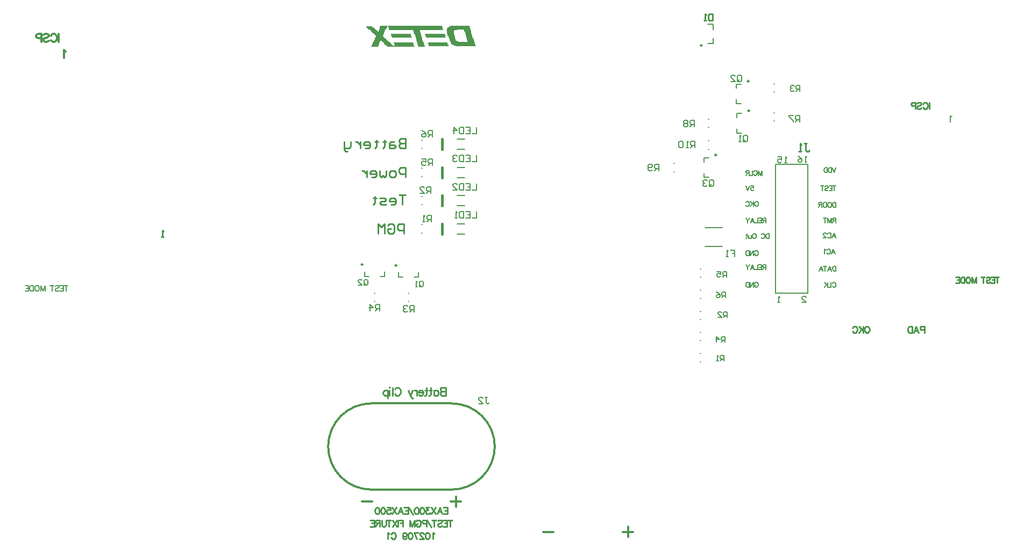
<source format=gbo>
G04 Layer_Color=32896*
%FSLAX24Y24*%
%MOIN*%
G70*
G01*
G75*
%ADD16C,0.0120*%
%ADD17C,0.0100*%
%ADD41C,0.0079*%
%ADD42C,0.0080*%
%ADD43C,0.0070*%
%ADD64C,0.0098*%
%ADD65C,0.0157*%
G36*
X31581Y32057D02*
Y32019D01*
X31619D01*
Y31980D01*
Y31942D01*
Y31904D01*
Y31866D01*
X31657D01*
Y31827D01*
X30203D01*
Y31789D01*
Y31751D01*
Y31712D01*
X30241D01*
Y31674D01*
Y31636D01*
Y31598D01*
X30279D01*
Y31559D01*
Y31521D01*
Y31483D01*
X30318D01*
Y31444D01*
Y31406D01*
Y31368D01*
X30356D01*
Y31330D01*
Y31291D01*
Y31253D01*
Y31215D01*
X30394D01*
Y31177D01*
Y31138D01*
Y31100D01*
X30432D01*
Y31062D01*
Y31023D01*
Y30985D01*
X30471D01*
Y30947D01*
Y30909D01*
Y30870D01*
X30509D01*
Y30832D01*
Y30794D01*
X30126D01*
Y30832D01*
X30088D01*
Y30870D01*
Y30909D01*
Y30947D01*
X30050D01*
Y30985D01*
Y31023D01*
Y31062D01*
X30011D01*
Y31100D01*
Y31138D01*
Y31177D01*
X29973D01*
Y31215D01*
Y31253D01*
Y31291D01*
Y31330D01*
X29935D01*
Y31368D01*
Y31406D01*
Y31444D01*
X29897D01*
Y31483D01*
Y31521D01*
Y31559D01*
X29858D01*
Y31598D01*
Y31636D01*
Y31674D01*
X29820D01*
Y31712D01*
Y31751D01*
Y31789D01*
X29782D01*
Y31827D01*
X28289D01*
Y31866D01*
Y31904D01*
Y31942D01*
Y31980D01*
X28251D01*
Y32019D01*
Y32057D01*
X28212D01*
Y32095D01*
X31581D01*
Y32057D01*
D02*
G37*
G36*
X33265D02*
Y32019D01*
X33303D01*
Y31980D01*
Y31942D01*
Y31904D01*
X33341D01*
Y31866D01*
Y31827D01*
Y31789D01*
X33380D01*
Y31751D01*
Y31712D01*
Y31674D01*
Y31636D01*
X33418D01*
Y31598D01*
Y31559D01*
Y31521D01*
X33456D01*
Y31483D01*
Y31444D01*
Y31406D01*
X33494D01*
Y31368D01*
Y31330D01*
Y31291D01*
X33533D01*
Y31253D01*
Y31215D01*
Y31177D01*
X33571D01*
Y31138D01*
Y31100D01*
Y31062D01*
X33609D01*
Y31023D01*
Y30985D01*
Y30947D01*
X33648D01*
Y30909D01*
Y30870D01*
X33686D01*
Y30832D01*
X32423D01*
Y30870D01*
X32308D01*
Y30909D01*
X32231D01*
Y30947D01*
X32193D01*
Y30985D01*
X32155D01*
Y31023D01*
X32117D01*
Y31062D01*
Y31100D01*
X32078D01*
Y31138D01*
Y31177D01*
X32040D01*
Y31215D01*
Y31253D01*
Y31291D01*
X32002D01*
Y31330D01*
Y31368D01*
X31963D01*
Y31406D01*
Y31444D01*
Y31483D01*
X31925D01*
Y31521D01*
Y31559D01*
Y31598D01*
X31887D01*
Y31636D01*
Y31674D01*
Y31712D01*
Y31751D01*
Y31789D01*
X31849D01*
Y31827D01*
X31887D01*
Y31866D01*
Y31904D01*
Y31942D01*
X31925D01*
Y31980D01*
Y32019D01*
X32002D01*
Y32057D01*
X32117D01*
Y32095D01*
X33265D01*
Y32057D01*
D02*
G37*
G36*
X31925Y31023D02*
Y30985D01*
Y30947D01*
X31963D01*
Y30909D01*
Y30870D01*
Y30832D01*
X30739D01*
Y30870D01*
Y30909D01*
Y30947D01*
Y30985D01*
X30700D01*
Y31023D01*
Y31062D01*
X31925D01*
Y31023D01*
D02*
G37*
G36*
X28174Y32057D02*
Y32019D01*
X28136D01*
Y31980D01*
Y31942D01*
X28098D01*
Y31904D01*
Y31866D01*
X28059D01*
Y31827D01*
Y31789D01*
X28021D01*
Y31751D01*
Y31712D01*
X27983D01*
Y31674D01*
Y31636D01*
Y31598D01*
X27944D01*
Y31559D01*
Y31521D01*
X27906D01*
Y31483D01*
Y31444D01*
X27944D01*
Y31406D01*
X27983D01*
Y31368D01*
X28021D01*
Y31330D01*
X28059D01*
Y31291D01*
X28098D01*
Y31253D01*
X28136D01*
Y31215D01*
X28174D01*
Y31177D01*
X28251D01*
Y31138D01*
X28289D01*
Y31100D01*
X28327D01*
Y31062D01*
X28365D01*
Y31023D01*
X28404D01*
Y30985D01*
X28442D01*
Y30947D01*
X28480D01*
Y30909D01*
X28519D01*
Y30870D01*
X28595D01*
Y30832D01*
X28633D01*
Y30870D01*
Y30909D01*
Y30947D01*
X28595D01*
Y30985D01*
Y31023D01*
X28557D01*
Y31062D01*
X29782D01*
Y31023D01*
X29820D01*
Y30985D01*
Y30947D01*
Y30909D01*
Y30870D01*
X29860D01*
X29880Y30794D01*
X28174D01*
Y30832D01*
X28136D01*
Y30870D01*
X28098D01*
Y30909D01*
X28059D01*
Y30947D01*
X28021D01*
Y30985D01*
X27983D01*
Y31023D01*
X27944D01*
Y31062D01*
X27906D01*
Y31100D01*
X27868D01*
Y31138D01*
X27830D01*
Y31177D01*
X27753D01*
Y31138D01*
X27715D01*
Y31100D01*
Y31062D01*
X27676D01*
Y31023D01*
Y30985D01*
Y30947D01*
X27638D01*
Y30909D01*
Y30870D01*
Y30832D01*
X27600D01*
Y30794D01*
X27179D01*
Y30832D01*
X27217D01*
Y30870D01*
Y30909D01*
X27255D01*
Y30947D01*
Y30985D01*
X27294D01*
Y31023D01*
Y31062D01*
Y31100D01*
X27332D01*
Y31138D01*
Y31177D01*
X27370D01*
Y31215D01*
Y31253D01*
X27409D01*
Y31291D01*
Y31330D01*
Y31368D01*
X27447D01*
Y31406D01*
X27485D01*
Y31444D01*
Y31483D01*
Y31521D01*
X27409D01*
Y31559D01*
X27370D01*
Y31598D01*
X27332D01*
Y31636D01*
X27294D01*
Y31674D01*
X27255D01*
Y31712D01*
X27217D01*
Y31751D01*
X27179D01*
Y31789D01*
X27141D01*
Y31827D01*
X27064D01*
Y31866D01*
X27026D01*
Y31904D01*
X26987D01*
Y31942D01*
X26949D01*
Y31980D01*
X26911D01*
Y32019D01*
X26873D01*
Y32057D01*
X27255D01*
Y32019D01*
X27332D01*
Y31980D01*
X27370D01*
Y31942D01*
X27409D01*
Y31904D01*
X27447D01*
Y31866D01*
X27485D01*
Y31827D01*
X27523D01*
Y31789D01*
X27562D01*
Y31751D01*
X27638D01*
Y31789D01*
X27676D01*
Y31827D01*
Y31866D01*
Y31904D01*
X27715D01*
Y31942D01*
Y31980D01*
Y32019D01*
Y32057D01*
X27753D01*
Y32095D01*
X28174D01*
Y32057D01*
D02*
G37*
G36*
X31734Y31559D02*
X31772D01*
Y31521D01*
Y31483D01*
Y31444D01*
Y31406D01*
X31810D01*
Y31368D01*
X30585D01*
Y31406D01*
Y31444D01*
Y31483D01*
X30547D01*
Y31521D01*
Y31559D01*
X30509D01*
Y31598D01*
X31734D01*
Y31559D01*
D02*
G37*
G36*
X29640Y31483D02*
X29667D01*
Y31444D01*
Y31406D01*
X29705D01*
Y31368D01*
X28480D01*
Y31406D01*
X28442D01*
Y31444D01*
Y31483D01*
Y31521D01*
X28404D01*
Y31559D01*
Y31598D01*
X29640D01*
Y31483D01*
D02*
G37*
%LPC*%
G36*
X32920Y31866D02*
X32499D01*
Y31827D01*
X32346D01*
Y31789D01*
X32308D01*
Y31751D01*
Y31712D01*
Y31674D01*
Y31636D01*
Y31598D01*
Y31559D01*
X32346D01*
Y31521D01*
Y31483D01*
Y31444D01*
X32384D01*
Y31406D01*
Y31368D01*
Y31330D01*
Y31291D01*
X32423D01*
Y31253D01*
Y31215D01*
X32461D01*
Y31177D01*
X32499D01*
Y31138D01*
X32576D01*
Y31100D01*
X33112D01*
Y31062D01*
X33150D01*
Y31100D01*
Y31138D01*
Y31177D01*
Y31215D01*
X33112D01*
Y31253D01*
Y31291D01*
Y31330D01*
X33073D01*
Y31368D01*
Y31406D01*
Y31444D01*
Y31483D01*
X33035D01*
Y31521D01*
Y31559D01*
Y31598D01*
X32997D01*
Y31636D01*
Y31674D01*
Y31712D01*
Y31751D01*
X32959D01*
Y31789D01*
Y31827D01*
X32920D01*
Y31866D01*
D02*
G37*
%LPD*%
D16*
X32150Y3310D02*
G03*
X32150Y8660I17J2675D01*
G01*
X27200D02*
G03*
X27200Y3310I-7J-2675D01*
G01*
X32150D01*
X27200Y8660D02*
X32150D01*
X8250Y30505D02*
X8202Y30528D01*
X8131Y30600D01*
Y30100D01*
X7800Y31600D02*
Y31100D01*
X7338Y31481D02*
X7362Y31528D01*
X7410Y31576D01*
X7457Y31600D01*
X7552D01*
X7600Y31576D01*
X7648Y31528D01*
X7671Y31481D01*
X7695Y31409D01*
Y31290D01*
X7671Y31219D01*
X7648Y31171D01*
X7600Y31124D01*
X7552Y31100D01*
X7457D01*
X7410Y31124D01*
X7362Y31171D01*
X7338Y31219D01*
X6864Y31528D02*
X6912Y31576D01*
X6984Y31600D01*
X7079D01*
X7150Y31576D01*
X7198Y31528D01*
Y31481D01*
X7174Y31433D01*
X7150Y31409D01*
X7103Y31386D01*
X6960Y31338D01*
X6912Y31314D01*
X6888Y31290D01*
X6864Y31243D01*
Y31171D01*
X6912Y31124D01*
X6984Y31100D01*
X7079D01*
X7150Y31124D01*
X7198Y31171D01*
X6753Y31338D02*
X6538D01*
X6467Y31362D01*
X6443Y31386D01*
X6419Y31433D01*
Y31505D01*
X6443Y31552D01*
X6467Y31576D01*
X6538Y31600D01*
X6753D01*
Y31100D01*
X32439Y2883D02*
Y2240D01*
X32760Y2561D02*
X32117D01*
X27240Y2581D02*
X26597D01*
X43103Y362D02*
Y1004D01*
X43425Y683D02*
X42782D01*
X38475D02*
X37832D01*
D17*
X31652Y2194D02*
X31899D01*
Y1794D01*
X31652D01*
X31899Y2004D02*
X31747D01*
X31281Y1794D02*
X31433Y2194D01*
X31585Y1794D01*
X31528Y1927D02*
X31338D01*
X31187Y2194D02*
X30921Y1794D01*
Y2194D02*
X31187Y1794D01*
X30793Y2194D02*
X30584D01*
X30698Y2042D01*
X30641D01*
X30603Y2023D01*
X30584Y2004D01*
X30564Y1946D01*
Y1908D01*
X30584Y1851D01*
X30622Y1813D01*
X30679Y1794D01*
X30736D01*
X30793Y1813D01*
X30812Y1832D01*
X30831Y1870D01*
X30361Y2194D02*
X30418Y2175D01*
X30456Y2118D01*
X30475Y2023D01*
Y1965D01*
X30456Y1870D01*
X30418Y1813D01*
X30361Y1794D01*
X30323D01*
X30265Y1813D01*
X30227Y1870D01*
X30208Y1965D01*
Y2023D01*
X30227Y2118D01*
X30265Y2175D01*
X30323Y2194D01*
X30361D01*
X30005D02*
X30062Y2175D01*
X30100Y2118D01*
X30119Y2023D01*
Y1965D01*
X30100Y1870D01*
X30062Y1813D01*
X30005Y1794D01*
X29967D01*
X29909Y1813D01*
X29871Y1870D01*
X29852Y1965D01*
Y2023D01*
X29871Y2118D01*
X29909Y2175D01*
X29967Y2194D01*
X30005D01*
X29763Y1737D02*
X29496Y2194D01*
X29222D02*
X29469D01*
Y1794D01*
X29222D01*
X29469Y2004D02*
X29317D01*
X28851Y1794D02*
X29003Y2194D01*
X29155Y1794D01*
X29098Y1927D02*
X28908D01*
X28757Y2194D02*
X28491Y1794D01*
Y2194D02*
X28757Y1794D01*
X28173Y2194D02*
X28363D01*
X28382Y2023D01*
X28363Y2042D01*
X28306Y2061D01*
X28249D01*
X28192Y2042D01*
X28154Y2004D01*
X28135Y1946D01*
Y1908D01*
X28154Y1851D01*
X28192Y1813D01*
X28249Y1794D01*
X28306D01*
X28363Y1813D01*
X28382Y1832D01*
X28401Y1870D01*
X27931Y2194D02*
X27988Y2175D01*
X28026Y2118D01*
X28045Y2023D01*
Y1965D01*
X28026Y1870D01*
X27988Y1813D01*
X27931Y1794D01*
X27893D01*
X27836Y1813D01*
X27797Y1870D01*
X27778Y1965D01*
Y2023D01*
X27797Y2118D01*
X27836Y2175D01*
X27893Y2194D01*
X27931D01*
X27575D02*
X27632Y2175D01*
X27670Y2118D01*
X27689Y2023D01*
Y1965D01*
X27670Y1870D01*
X27632Y1813D01*
X27575Y1794D01*
X27537D01*
X27479Y1813D01*
X27441Y1870D01*
X27422Y1965D01*
Y2023D01*
X27441Y2118D01*
X27479Y2175D01*
X27537Y2194D01*
X27575D01*
X32071Y1417D02*
Y1017D01*
X32204Y1417D02*
X31938D01*
X31642D02*
X31890D01*
Y1017D01*
X31642D01*
X31890Y1227D02*
X31738D01*
X31309Y1360D02*
X31347Y1398D01*
X31404Y1417D01*
X31480D01*
X31538Y1398D01*
X31576Y1360D01*
Y1322D01*
X31557Y1284D01*
X31538Y1265D01*
X31500Y1246D01*
X31385Y1207D01*
X31347Y1188D01*
X31328Y1169D01*
X31309Y1131D01*
Y1074D01*
X31347Y1036D01*
X31404Y1017D01*
X31480D01*
X31538Y1036D01*
X31576Y1074D01*
X31086Y1417D02*
Y1017D01*
X31220Y1417D02*
X30953D01*
X30905Y960D02*
X30639Y1417D01*
X30612Y1207D02*
X30441D01*
X30384Y1227D01*
X30365Y1246D01*
X30345Y1284D01*
Y1341D01*
X30365Y1379D01*
X30384Y1398D01*
X30441Y1417D01*
X30612D01*
Y1017D01*
X29970Y1322D02*
X29989Y1360D01*
X30027Y1398D01*
X30066Y1417D01*
X30142D01*
X30180Y1398D01*
X30218Y1360D01*
X30237Y1322D01*
X30256Y1265D01*
Y1169D01*
X30237Y1112D01*
X30218Y1074D01*
X30180Y1036D01*
X30142Y1017D01*
X30066D01*
X30027Y1036D01*
X29989Y1074D01*
X29970Y1112D01*
Y1169D01*
X30066D02*
X29970D01*
X29879Y1417D02*
Y1017D01*
Y1417D02*
X29727Y1017D01*
X29574Y1417D02*
X29727Y1017D01*
X29574Y1417D02*
Y1017D01*
X29146Y1417D02*
Y1017D01*
Y1417D02*
X28898D01*
X29146Y1227D02*
X28993D01*
X28852Y1417D02*
Y1017D01*
X28769Y1417D02*
X28502Y1017D01*
Y1417D02*
X28769Y1017D01*
X28279Y1417D02*
Y1017D01*
X28413Y1417D02*
X28146D01*
X28098D02*
Y1131D01*
X28079Y1074D01*
X28041Y1036D01*
X27984Y1017D01*
X27946D01*
X27889Y1036D01*
X27851Y1074D01*
X27832Y1131D01*
Y1417D01*
X27721D02*
Y1017D01*
Y1417D02*
X27550D01*
X27493Y1398D01*
X27474Y1379D01*
X27455Y1341D01*
Y1303D01*
X27474Y1265D01*
X27493Y1246D01*
X27550Y1227D01*
X27721D01*
X27588D02*
X27455Y1017D01*
X27118Y1417D02*
X27365D01*
Y1017D01*
X27118D01*
X27365Y1227D02*
X27213D01*
X31102Y564D02*
X31063Y583D01*
X31006Y640D01*
Y240D01*
X30694Y640D02*
X30751Y621D01*
X30789Y564D01*
X30808Y469D01*
Y411D01*
X30789Y316D01*
X30751Y259D01*
X30694Y240D01*
X30656D01*
X30599Y259D01*
X30561Y316D01*
X30542Y411D01*
Y469D01*
X30561Y564D01*
X30599Y621D01*
X30656Y640D01*
X30694D01*
X30433Y545D02*
Y564D01*
X30414Y602D01*
X30395Y621D01*
X30357Y640D01*
X30281D01*
X30243Y621D01*
X30224Y602D01*
X30205Y564D01*
Y526D01*
X30224Y488D01*
X30262Y430D01*
X30452Y240D01*
X30186D01*
X29829Y640D02*
X30020Y240D01*
X30096Y640D02*
X29829D01*
X29626D02*
X29683Y621D01*
X29721Y564D01*
X29740Y469D01*
Y411D01*
X29721Y316D01*
X29683Y259D01*
X29626Y240D01*
X29588D01*
X29530Y259D01*
X29492Y316D01*
X29473Y411D01*
Y469D01*
X29492Y564D01*
X29530Y621D01*
X29588Y640D01*
X29626D01*
X29136Y507D02*
X29155Y449D01*
X29193Y411D01*
X29250Y392D01*
X29270D01*
X29327Y411D01*
X29365Y449D01*
X29384Y507D01*
Y526D01*
X29365Y583D01*
X29327Y621D01*
X29270Y640D01*
X29250D01*
X29193Y621D01*
X29155Y583D01*
X29136Y507D01*
Y411D01*
X29155Y316D01*
X29193Y259D01*
X29250Y240D01*
X29289D01*
X29346Y259D01*
X29365Y297D01*
X28428Y545D02*
X28447Y583D01*
X28485Y621D01*
X28523Y640D01*
X28599D01*
X28637Y621D01*
X28675Y583D01*
X28694Y545D01*
X28713Y488D01*
Y392D01*
X28694Y335D01*
X28675Y297D01*
X28637Y259D01*
X28599Y240D01*
X28523D01*
X28485Y259D01*
X28447Y297D01*
X28428Y335D01*
X28315Y564D02*
X28277Y583D01*
X28220Y640D01*
Y240D01*
X54017Y24800D02*
X54183D01*
X54100D01*
Y24383D01*
X54183Y24300D01*
X54267D01*
X54350Y24383D01*
X53850Y24300D02*
X53684D01*
X53767D01*
Y24800D01*
X53850Y24717D01*
X48350Y32850D02*
Y32450D01*
X48150D01*
X48083Y32517D01*
Y32783D01*
X48150Y32850D01*
X48350D01*
X47950Y32450D02*
X47817D01*
X47883D01*
Y32850D01*
X47950Y32783D01*
X29300Y25100D02*
Y24500D01*
X29000D01*
X28900Y24600D01*
Y24700D01*
X29000Y24800D01*
X29300D01*
X29000D01*
X28900Y24900D01*
Y25000D01*
X29000Y25100D01*
X29300D01*
X28600Y24900D02*
X28400D01*
X28300Y24800D01*
Y24500D01*
X28600D01*
X28700Y24600D01*
X28600Y24700D01*
X28300D01*
X28000Y25000D02*
Y24900D01*
X28100D01*
X27900D01*
X28000D01*
Y24600D01*
X27900Y24500D01*
X27501Y25000D02*
Y24900D01*
X27601D01*
X27401D01*
X27501D01*
Y24600D01*
X27401Y24500D01*
X26801D02*
X27001D01*
X27101Y24600D01*
Y24800D01*
X27001Y24900D01*
X26801D01*
X26701Y24800D01*
Y24700D01*
X27101D01*
X26501Y24900D02*
Y24500D01*
Y24700D01*
X26401Y24800D01*
X26301Y24900D01*
X26201D01*
X25901D02*
Y24600D01*
X25801Y24500D01*
X25501D01*
Y24400D01*
X25601Y24300D01*
X25701D01*
X25501Y24500D02*
Y24900D01*
X29300Y22700D02*
Y23300D01*
X29000D01*
X28900Y23200D01*
Y23000D01*
X29000Y22900D01*
X29300D01*
X28600Y22700D02*
X28400D01*
X28300Y22800D01*
Y23000D01*
X28400Y23100D01*
X28600D01*
X28700Y23000D01*
Y22800D01*
X28600Y22700D01*
X28100Y23100D02*
Y22800D01*
X28000Y22700D01*
X27900Y22800D01*
X27800Y22700D01*
X27701Y22800D01*
Y23100D01*
X27201Y22700D02*
X27401D01*
X27501Y22800D01*
Y23000D01*
X27401Y23100D01*
X27201D01*
X27101Y23000D01*
Y22900D01*
X27501D01*
X26901Y23100D02*
Y22700D01*
Y22900D01*
X26801Y23000D01*
X26701Y23100D01*
X26601D01*
X29300Y21600D02*
X28900D01*
X29100D01*
Y21000D01*
X28400D02*
X28600D01*
X28700Y21100D01*
Y21300D01*
X28600Y21400D01*
X28400D01*
X28300Y21300D01*
Y21200D01*
X28700D01*
X28100Y21000D02*
X27800D01*
X27701Y21100D01*
X27800Y21200D01*
X28000D01*
X28100Y21300D01*
X28000Y21400D01*
X27701D01*
X27401Y21500D02*
Y21400D01*
X27501D01*
X27301D01*
X27401D01*
Y21100D01*
X27301Y21000D01*
X29200Y19200D02*
Y19800D01*
X28900D01*
X28800Y19700D01*
Y19500D01*
X28900Y19400D01*
X29200D01*
X28200Y19700D02*
X28300Y19800D01*
X28500D01*
X28600Y19700D01*
Y19300D01*
X28500Y19200D01*
X28300D01*
X28200Y19300D01*
Y19500D01*
X28400D01*
X28000Y19200D02*
Y19800D01*
X27800Y19600D01*
X27601Y19800D01*
Y19200D01*
X14300Y19000D02*
X14167D01*
X14233D01*
Y19400D01*
X14300Y19333D01*
X31800Y9650D02*
Y9150D01*
Y9650D02*
X31586D01*
X31514Y9626D01*
X31491Y9602D01*
X31467Y9555D01*
Y9507D01*
X31491Y9459D01*
X31514Y9436D01*
X31586Y9412D01*
X31800D02*
X31586D01*
X31514Y9388D01*
X31491Y9364D01*
X31467Y9317D01*
Y9245D01*
X31491Y9198D01*
X31514Y9174D01*
X31586Y9150D01*
X31800D01*
X31069Y9483D02*
Y9150D01*
Y9412D02*
X31117Y9459D01*
X31164Y9483D01*
X31236D01*
X31283Y9459D01*
X31331Y9412D01*
X31355Y9340D01*
Y9293D01*
X31331Y9221D01*
X31283Y9174D01*
X31236Y9150D01*
X31164D01*
X31117Y9174D01*
X31069Y9221D01*
X30864Y9650D02*
Y9245D01*
X30841Y9174D01*
X30793Y9150D01*
X30745D01*
X30936Y9483D02*
X30769D01*
X30603Y9650D02*
Y9245D01*
X30579Y9174D01*
X30531Y9150D01*
X30484D01*
X30674Y9483D02*
X30507D01*
X30412Y9340D02*
X30127D01*
Y9388D01*
X30150Y9436D01*
X30174Y9459D01*
X30222Y9483D01*
X30293D01*
X30341Y9459D01*
X30388Y9412D01*
X30412Y9340D01*
Y9293D01*
X30388Y9221D01*
X30341Y9174D01*
X30293Y9150D01*
X30222D01*
X30174Y9174D01*
X30127Y9221D01*
X30019Y9483D02*
Y9150D01*
Y9340D02*
X29996Y9412D01*
X29948Y9459D01*
X29900Y9483D01*
X29829D01*
X29760D02*
X29617Y9150D01*
X29474Y9483D02*
X29617Y9150D01*
X29665Y9055D01*
X29712Y9007D01*
X29760Y8983D01*
X29784D01*
X28641Y9531D02*
X28665Y9578D01*
X28713Y9626D01*
X28760Y9650D01*
X28855D01*
X28903Y9626D01*
X28951Y9578D01*
X28974Y9531D01*
X28998Y9459D01*
Y9340D01*
X28974Y9269D01*
X28951Y9221D01*
X28903Y9174D01*
X28855Y9150D01*
X28760D01*
X28713Y9174D01*
X28665Y9221D01*
X28641Y9269D01*
X28501Y9650D02*
Y9150D01*
X28348Y9650D02*
X28325Y9626D01*
X28301Y9650D01*
X28325Y9674D01*
X28348Y9650D01*
X28325Y9483D02*
Y9150D01*
X28213Y9483D02*
Y8983D01*
Y9412D02*
X28165Y9459D01*
X28117Y9483D01*
X28046D01*
X27998Y9459D01*
X27951Y9412D01*
X27927Y9340D01*
Y9293D01*
X27951Y9221D01*
X27998Y9174D01*
X28046Y9150D01*
X28117D01*
X28165Y9174D01*
X28213Y9221D01*
X61462Y13235D02*
X61290D01*
X61233Y13254D01*
X61214Y13273D01*
X61195Y13311D01*
Y13369D01*
X61214Y13407D01*
X61233Y13426D01*
X61290Y13445D01*
X61462D01*
Y13045D01*
X60801D02*
X60953Y13445D01*
X61106Y13045D01*
X61049Y13178D02*
X60858D01*
X60708Y13445D02*
Y13045D01*
Y13445D02*
X60574D01*
X60517Y13426D01*
X60479Y13388D01*
X60460Y13349D01*
X60441Y13292D01*
Y13197D01*
X60460Y13140D01*
X60479Y13102D01*
X60517Y13064D01*
X60574Y13045D01*
X60708D01*
X57948Y13445D02*
X57986Y13426D01*
X58024Y13388D01*
X58043Y13349D01*
X58062Y13292D01*
Y13197D01*
X58043Y13140D01*
X58024Y13102D01*
X57986Y13064D01*
X57948Y13045D01*
X57871D01*
X57833Y13064D01*
X57795Y13102D01*
X57776Y13140D01*
X57757Y13197D01*
Y13292D01*
X57776Y13349D01*
X57795Y13388D01*
X57833Y13426D01*
X57871Y13445D01*
X57948D01*
X57664D02*
Y13045D01*
X57397Y13445D02*
X57664Y13178D01*
X57569Y13273D02*
X57397Y13045D01*
X57022Y13349D02*
X57041Y13388D01*
X57079Y13426D01*
X57117Y13445D01*
X57193D01*
X57232Y13426D01*
X57270Y13388D01*
X57289Y13349D01*
X57308Y13292D01*
Y13197D01*
X57289Y13140D01*
X57270Y13102D01*
X57232Y13064D01*
X57193Y13045D01*
X57117D01*
X57079Y13064D01*
X57041Y13102D01*
X57022Y13140D01*
X61762Y27345D02*
Y26945D01*
X61392Y27250D02*
X61411Y27288D01*
X61450Y27326D01*
X61488Y27345D01*
X61564D01*
X61602Y27326D01*
X61640Y27288D01*
X61659Y27250D01*
X61678Y27192D01*
Y27097D01*
X61659Y27040D01*
X61640Y27002D01*
X61602Y26964D01*
X61564Y26945D01*
X61488D01*
X61450Y26964D01*
X61411Y27002D01*
X61392Y27040D01*
X61013Y27288D02*
X61052Y27326D01*
X61109Y27345D01*
X61185D01*
X61242Y27326D01*
X61280Y27288D01*
Y27250D01*
X61261Y27211D01*
X61242Y27192D01*
X61204Y27173D01*
X61090Y27135D01*
X61052Y27116D01*
X61033Y27097D01*
X61013Y27059D01*
Y27002D01*
X61052Y26964D01*
X61109Y26945D01*
X61185D01*
X61242Y26964D01*
X61280Y27002D01*
X60924Y27135D02*
X60753D01*
X60695Y27154D01*
X60676Y27173D01*
X60657Y27211D01*
Y27269D01*
X60676Y27307D01*
X60695Y27326D01*
X60753Y27345D01*
X60924D01*
Y26945D01*
X65965Y16490D02*
Y16140D01*
X66082Y16490D02*
X65849D01*
X65590D02*
X65807D01*
Y16140D01*
X65590D01*
X65807Y16323D02*
X65674D01*
X65299Y16440D02*
X65332Y16473D01*
X65382Y16490D01*
X65449D01*
X65499Y16473D01*
X65532Y16440D01*
Y16406D01*
X65515Y16373D01*
X65499Y16356D01*
X65465Y16340D01*
X65365Y16306D01*
X65332Y16290D01*
X65315Y16273D01*
X65299Y16240D01*
Y16190D01*
X65332Y16156D01*
X65382Y16140D01*
X65449D01*
X65499Y16156D01*
X65532Y16190D01*
X65104Y16490D02*
Y16140D01*
X65220Y16490D02*
X64987D01*
X64671D02*
Y16140D01*
Y16490D02*
X64537Y16140D01*
X64404Y16490D02*
X64537Y16140D01*
X64404Y16490D02*
Y16140D01*
X64204Y16490D02*
X64237Y16473D01*
X64271Y16440D01*
X64287Y16406D01*
X64304Y16356D01*
Y16273D01*
X64287Y16223D01*
X64271Y16190D01*
X64237Y16156D01*
X64204Y16140D01*
X64137D01*
X64104Y16156D01*
X64071Y16190D01*
X64054Y16223D01*
X64037Y16273D01*
Y16356D01*
X64054Y16406D01*
X64071Y16440D01*
X64104Y16473D01*
X64137Y16490D01*
X64204D01*
X63956D02*
Y16140D01*
Y16490D02*
X63839D01*
X63789Y16473D01*
X63756Y16440D01*
X63739Y16406D01*
X63722Y16356D01*
Y16273D01*
X63739Y16223D01*
X63756Y16190D01*
X63789Y16156D01*
X63839Y16140D01*
X63956D01*
X63427Y16490D02*
X63644D01*
Y16140D01*
X63427D01*
X63644Y16323D02*
X63511D01*
D41*
X27754Y16555D02*
X28010D01*
Y16855D01*
X26790Y16555D02*
X27046D01*
X26790D02*
Y16855D01*
X29854Y16505D02*
X30110D01*
Y16805D01*
X28890Y16505D02*
X29146D01*
X28890D02*
Y16805D01*
X32513Y25065D02*
X32987D01*
X32513Y24435D02*
X32987D01*
X32513Y23315D02*
X32987D01*
X32513Y22685D02*
X32987D01*
X32513Y21565D02*
X32987D01*
X32513Y20935D02*
X32987D01*
X32513Y19815D02*
X32987D01*
X32513Y19185D02*
X32987D01*
X30317Y24494D02*
X30356D01*
X30317Y25006D02*
X30356D01*
X30317Y22744D02*
X30356D01*
X30317Y23256D02*
X30356D01*
X27370Y14994D02*
X27410D01*
X27370Y15506D02*
X27410D01*
X29480Y14994D02*
X29520D01*
X29480Y15506D02*
X29520D01*
X30317Y20994D02*
X30356D01*
X30317Y21506D02*
X30356D01*
X30317Y19244D02*
X30356D01*
X30317Y19756D02*
X30356D01*
X48080Y24444D02*
X48120D01*
X48080Y24956D02*
X48120D01*
X45930Y23044D02*
X45970D01*
X45930Y23556D02*
X45970D01*
X48080Y25794D02*
X48120D01*
X48080Y26306D02*
X48120D01*
X52130Y26194D02*
X52170D01*
X52130Y26706D02*
X52170D01*
X47805Y22690D02*
Y22946D01*
Y22690D02*
X48105D01*
X47805Y23654D02*
Y23910D01*
X48105D01*
X49822Y27266D02*
Y27522D01*
Y27266D02*
X50122D01*
X49822Y28230D02*
Y28486D01*
X50122D01*
X49855Y25440D02*
Y25696D01*
Y25440D02*
X50155D01*
X49855Y26404D02*
Y26660D01*
X50155D01*
X47868Y19581D02*
X48931D01*
X47868Y18419D02*
X48931D01*
X47580Y17006D02*
X47620D01*
X47580Y16494D02*
X47620D01*
X47580Y13068D02*
X47620D01*
X47580Y12557D02*
X47620D01*
X52130Y27994D02*
X52170D01*
X52130Y28506D02*
X52170D01*
X47580Y14381D02*
X47620D01*
X47580Y13869D02*
X47620D01*
X54250Y15500D02*
Y23500D01*
X52250Y15500D02*
Y23500D01*
Y15500D02*
X54250D01*
X52250Y23500D02*
X54250D01*
X47580Y11756D02*
X47620D01*
X47580Y11244D02*
X47620D01*
X48376Y31876D02*
Y32191D01*
X48061D02*
X48376D01*
Y31009D02*
Y31324D01*
X48061Y31009D02*
X48376D01*
X47580Y15182D02*
X47620D01*
X47580Y15693D02*
X47620D01*
X8267Y15986D02*
Y15636D01*
X8383Y15986D02*
X8150D01*
X7892D02*
X8108D01*
Y15636D01*
X7892D01*
X8108Y15820D02*
X7975D01*
X7600Y15936D02*
X7633Y15970D01*
X7683Y15986D01*
X7750D01*
X7800Y15970D01*
X7833Y15936D01*
Y15903D01*
X7817Y15870D01*
X7800Y15853D01*
X7767Y15836D01*
X7667Y15803D01*
X7633Y15786D01*
X7617Y15770D01*
X7600Y15736D01*
Y15686D01*
X7633Y15653D01*
X7683Y15636D01*
X7750D01*
X7800Y15653D01*
X7833Y15686D01*
X7405Y15986D02*
Y15636D01*
X7522Y15986D02*
X7288D01*
X6972D02*
Y15636D01*
Y15986D02*
X6838Y15636D01*
X6705Y15986D02*
X6838Y15636D01*
X6705Y15986D02*
Y15636D01*
X6505Y15986D02*
X6539Y15970D01*
X6572Y15936D01*
X6589Y15903D01*
X6605Y15853D01*
Y15770D01*
X6589Y15720D01*
X6572Y15686D01*
X6539Y15653D01*
X6505Y15636D01*
X6439D01*
X6405Y15653D01*
X6372Y15686D01*
X6355Y15720D01*
X6339Y15770D01*
Y15853D01*
X6355Y15903D01*
X6372Y15936D01*
X6405Y15970D01*
X6439Y15986D01*
X6505D01*
X6257D02*
Y15636D01*
Y15986D02*
X6140D01*
X6090Y15970D01*
X6057Y15936D01*
X6040Y15903D01*
X6024Y15853D01*
Y15770D01*
X6040Y15720D01*
X6057Y15686D01*
X6090Y15653D01*
X6140Y15636D01*
X6257D01*
X5729Y15986D02*
X5945D01*
Y15636D01*
X5729D01*
X5945Y15820D02*
X5812D01*
X63162Y26463D02*
X63124Y26482D01*
X63068Y26538D01*
Y26145D01*
D42*
X33704Y25820D02*
Y25420D01*
X33437D01*
X33037Y25820D02*
X33304D01*
Y25420D01*
X33037D01*
X33304Y25620D02*
X33170D01*
X32904Y25820D02*
Y25420D01*
X32704D01*
X32637Y25487D01*
Y25753D01*
X32704Y25820D01*
X32904D01*
X32304Y25420D02*
Y25820D01*
X32504Y25620D01*
X32237D01*
X33704Y24070D02*
Y23670D01*
X33437D01*
X33037Y24070D02*
X33304D01*
Y23670D01*
X33037D01*
X33304Y23870D02*
X33170D01*
X32904Y24070D02*
Y23670D01*
X32704D01*
X32637Y23737D01*
Y24003D01*
X32704Y24070D01*
X32904D01*
X32504Y24003D02*
X32437Y24070D01*
X32304D01*
X32237Y24003D01*
Y23937D01*
X32304Y23870D01*
X32371D01*
X32304D01*
X32237Y23803D01*
Y23737D01*
X32304Y23670D01*
X32437D01*
X32504Y23737D01*
X33704Y22320D02*
Y21920D01*
X33437D01*
X33037Y22320D02*
X33304D01*
Y21920D01*
X33037D01*
X33304Y22120D02*
X33170D01*
X32904Y22320D02*
Y21920D01*
X32704D01*
X32637Y21987D01*
Y22253D01*
X32704Y22320D01*
X32904D01*
X32237Y21920D02*
X32504D01*
X32237Y22187D01*
Y22253D01*
X32304Y22320D01*
X32437D01*
X32504Y22253D01*
X33704Y20570D02*
Y20170D01*
X33437D01*
X33037Y20570D02*
X33304D01*
Y20170D01*
X33037D01*
X33304Y20370D02*
X33170D01*
X32904Y20570D02*
Y20170D01*
X32704D01*
X32637Y20237D01*
Y20503D01*
X32704Y20570D01*
X32904D01*
X32504Y20170D02*
X32371D01*
X32437D01*
Y20570D01*
X32504Y20503D01*
X30967Y25200D02*
Y25600D01*
X30767D01*
X30700Y25533D01*
Y25400D01*
X30767Y25333D01*
X30967D01*
X30833D02*
X30700Y25200D01*
X30300Y25600D02*
X30433Y25533D01*
X30567Y25400D01*
Y25267D01*
X30500Y25200D01*
X30367D01*
X30300Y25267D01*
Y25333D01*
X30367Y25400D01*
X30567D01*
X30967Y23450D02*
Y23850D01*
X30767D01*
X30700Y23783D01*
Y23650D01*
X30767Y23583D01*
X30967D01*
X30833D02*
X30700Y23450D01*
X30300Y23850D02*
X30567D01*
Y23650D01*
X30433Y23717D01*
X30367D01*
X30300Y23650D01*
Y23517D01*
X30367Y23450D01*
X30500D01*
X30567Y23517D01*
X27700Y14400D02*
Y14800D01*
X27500D01*
X27433Y14733D01*
Y14600D01*
X27500Y14533D01*
X27700D01*
X27567D02*
X27433Y14400D01*
X27100D02*
Y14800D01*
X27300Y14600D01*
X27034D01*
X29850Y14350D02*
Y14750D01*
X29650D01*
X29583Y14683D01*
Y14550D01*
X29650Y14483D01*
X29850D01*
X29717D02*
X29583Y14350D01*
X29450Y14683D02*
X29383Y14750D01*
X29250D01*
X29184Y14683D01*
Y14617D01*
X29250Y14550D01*
X29317D01*
X29250D01*
X29184Y14483D01*
Y14417D01*
X29250Y14350D01*
X29383D01*
X29450Y14417D01*
X30877Y21700D02*
Y22100D01*
X30677D01*
X30610Y22033D01*
Y21900D01*
X30677Y21833D01*
X30877D01*
X30743D02*
X30610Y21700D01*
X30210D02*
X30477D01*
X30210Y21967D01*
Y22033D01*
X30277Y22100D01*
X30410D01*
X30477Y22033D01*
X30897Y19950D02*
Y20350D01*
X30697D01*
X30630Y20283D01*
Y20150D01*
X30697Y20083D01*
X30897D01*
X30763D02*
X30630Y19950D01*
X30497D02*
X30363D01*
X30430D01*
Y20350D01*
X30497Y20283D01*
X34233Y9050D02*
X34367D01*
X34300D01*
Y8717D01*
X34367Y8650D01*
X34433D01*
X34500Y8717D01*
X33834Y8650D02*
X34100D01*
X33834Y8917D01*
Y8983D01*
X33900Y9050D01*
X34033D01*
X34100Y8983D01*
X49200Y16500D02*
Y16850D01*
X49025D01*
X48967Y16792D01*
Y16675D01*
X49025Y16617D01*
X49200D01*
X49083D02*
X48967Y16500D01*
X48617Y16850D02*
X48850D01*
Y16675D01*
X48733Y16733D01*
X48675D01*
X48617Y16675D01*
Y16558D01*
X48675Y16500D01*
X48792D01*
X48850Y16558D01*
X49113Y12463D02*
Y12812D01*
X48938D01*
X48880Y12754D01*
Y12637D01*
X48938Y12579D01*
X49113D01*
X48997D02*
X48880Y12463D01*
X48589D02*
Y12812D01*
X48763Y12637D01*
X48530D01*
X53750Y28050D02*
Y28400D01*
X53575D01*
X53517Y28342D01*
Y28225D01*
X53575Y28167D01*
X53750D01*
X53633D02*
X53517Y28050D01*
X53400Y28342D02*
X53342Y28400D01*
X53225D01*
X53167Y28342D01*
Y28283D01*
X53225Y28225D01*
X53283D01*
X53225D01*
X53167Y28167D01*
Y28108D01*
X53225Y28050D01*
X53342D01*
X53400Y28108D01*
X49250Y14000D02*
Y14350D01*
X49075D01*
X49017Y14292D01*
Y14175D01*
X49075Y14117D01*
X49250D01*
X49133D02*
X49017Y14000D01*
X48667D02*
X48900D01*
X48667Y14233D01*
Y14292D01*
X48725Y14350D01*
X48842D01*
X48900Y14292D01*
X49050Y11300D02*
Y11650D01*
X48875D01*
X48817Y11592D01*
Y11475D01*
X48875Y11417D01*
X49050D01*
X48933D02*
X48817Y11300D01*
X48700D02*
X48583D01*
X48642D01*
Y11650D01*
X48700Y11592D01*
X49150Y15237D02*
Y15587D01*
X48975D01*
X48917Y15529D01*
Y15412D01*
X48975Y15354D01*
X49150D01*
X49033D02*
X48917Y15237D01*
X48567Y15587D02*
X48683Y15529D01*
X48800Y15412D01*
Y15296D01*
X48742Y15237D01*
X48625D01*
X48567Y15296D01*
Y15354D01*
X48625Y15412D01*
X48800D01*
X51634Y17260D02*
Y16960D01*
Y17260D02*
X51506D01*
X51463Y17246D01*
X51449Y17231D01*
X51434Y17203D01*
Y17174D01*
X51449Y17146D01*
X51463Y17131D01*
X51506Y17117D01*
X51634D01*
X51534D02*
X51434Y16960D01*
X51182Y17260D02*
X51367D01*
Y16960D01*
X51182D01*
X51367Y17117D02*
X51253D01*
X51132Y17260D02*
Y16960D01*
X50960D01*
X50699D02*
X50813Y17260D01*
X50927Y16960D01*
X50884Y17060D02*
X50742D01*
X50629Y17260D02*
X50515Y17117D01*
Y16960D01*
X50400Y17260D02*
X50515Y17117D01*
X50952Y16109D02*
X50966Y16137D01*
X50994Y16166D01*
X51023Y16180D01*
X51080D01*
X51109Y16166D01*
X51137Y16137D01*
X51152Y16109D01*
X51166Y16066D01*
Y15994D01*
X51152Y15951D01*
X51137Y15923D01*
X51109Y15894D01*
X51080Y15880D01*
X51023D01*
X50994Y15894D01*
X50966Y15923D01*
X50952Y15951D01*
Y15994D01*
X51023D02*
X50952D01*
X50883Y16180D02*
Y15880D01*
Y16180D02*
X50683Y15880D01*
Y16180D02*
Y15880D01*
X50600Y16180D02*
Y15880D01*
Y16180D02*
X50500D01*
X50457Y16166D01*
X50429Y16137D01*
X50415Y16109D01*
X50400Y16066D01*
Y15994D01*
X50415Y15951D01*
X50429Y15923D01*
X50457Y15894D01*
X50500Y15880D01*
X50600D01*
X50725Y22180D02*
X50867D01*
X50882Y22051D01*
X50867Y22066D01*
X50825Y22080D01*
X50782D01*
X50739Y22066D01*
X50710Y22037D01*
X50696Y21994D01*
Y21966D01*
X50710Y21923D01*
X50739Y21894D01*
X50782Y21880D01*
X50825D01*
X50867Y21894D01*
X50882Y21909D01*
X50896Y21937D01*
X50629Y22180D02*
X50515Y21880D01*
X50400Y22180D02*
X50515Y21880D01*
X51094Y21200D02*
X51123Y21186D01*
X51152Y21157D01*
X51166Y21129D01*
X51180Y21086D01*
Y21014D01*
X51166Y20971D01*
X51152Y20943D01*
X51123Y20914D01*
X51094Y20900D01*
X51037D01*
X51009Y20914D01*
X50980Y20943D01*
X50966Y20971D01*
X50952Y21014D01*
Y21086D01*
X50966Y21129D01*
X50980Y21157D01*
X51009Y21186D01*
X51037Y21200D01*
X51094D01*
X50882D02*
Y20900D01*
X50682Y21200D02*
X50882Y21000D01*
X50810Y21071D02*
X50682Y20900D01*
X50400Y21129D02*
X50415Y21157D01*
X50443Y21186D01*
X50472Y21200D01*
X50529D01*
X50557Y21186D01*
X50586Y21157D01*
X50600Y21129D01*
X50615Y21086D01*
Y21014D01*
X50600Y20971D01*
X50586Y20943D01*
X50557Y20914D01*
X50529Y20900D01*
X50472D01*
X50443Y20914D01*
X50415Y20943D01*
X50400Y20971D01*
X55890Y22160D02*
Y21860D01*
X55990Y22160D02*
X55790D01*
X55569D02*
X55754D01*
Y21860D01*
X55569D01*
X55754Y22017D02*
X55640D01*
X55319Y22117D02*
X55347Y22146D01*
X55390Y22160D01*
X55447D01*
X55490Y22146D01*
X55519Y22117D01*
Y22089D01*
X55504Y22060D01*
X55490Y22046D01*
X55462Y22031D01*
X55376Y22003D01*
X55347Y21989D01*
X55333Y21974D01*
X55319Y21946D01*
Y21903D01*
X55347Y21874D01*
X55390Y21860D01*
X55447D01*
X55490Y21874D01*
X55519Y21903D01*
X55152Y22160D02*
Y21860D01*
X55252Y22160D02*
X55052D01*
X55990Y21140D02*
Y20840D01*
Y21140D02*
X55890D01*
X55847Y21126D01*
X55819Y21097D01*
X55804Y21069D01*
X55790Y21026D01*
Y20954D01*
X55804Y20911D01*
X55819Y20883D01*
X55847Y20854D01*
X55890Y20840D01*
X55990D01*
X55637Y21140D02*
X55666Y21126D01*
X55694Y21097D01*
X55709Y21069D01*
X55723Y21026D01*
Y20954D01*
X55709Y20911D01*
X55694Y20883D01*
X55666Y20854D01*
X55637Y20840D01*
X55580D01*
X55552Y20854D01*
X55523Y20883D01*
X55509Y20911D01*
X55494Y20954D01*
Y21026D01*
X55509Y21069D01*
X55523Y21097D01*
X55552Y21126D01*
X55580Y21140D01*
X55637D01*
X55339D02*
X55367Y21126D01*
X55396Y21097D01*
X55410Y21069D01*
X55424Y21026D01*
Y20954D01*
X55410Y20911D01*
X55396Y20883D01*
X55367Y20854D01*
X55339Y20840D01*
X55282D01*
X55253Y20854D01*
X55224Y20883D01*
X55210Y20911D01*
X55196Y20954D01*
Y21026D01*
X55210Y21069D01*
X55224Y21097D01*
X55253Y21126D01*
X55282Y21140D01*
X55339D01*
X55126D02*
Y20840D01*
Y21140D02*
X54997D01*
X54955Y21126D01*
X54940Y21111D01*
X54926Y21083D01*
Y21054D01*
X54940Y21026D01*
X54955Y21011D01*
X54997Y20997D01*
X55126D01*
X55026D02*
X54926Y20840D01*
X51417Y23120D02*
Y22820D01*
Y23120D02*
X51303Y22820D01*
X51189Y23120D02*
X51303Y22820D01*
X51189Y23120D02*
Y22820D01*
X50889Y23049D02*
X50903Y23077D01*
X50932Y23106D01*
X50960Y23120D01*
X51017D01*
X51046Y23106D01*
X51074Y23077D01*
X51089Y23049D01*
X51103Y23006D01*
Y22934D01*
X51089Y22891D01*
X51074Y22863D01*
X51046Y22834D01*
X51017Y22820D01*
X50960D01*
X50932Y22834D01*
X50903Y22863D01*
X50889Y22891D01*
X50805Y23120D02*
Y22820D01*
X50633D01*
X50600Y23120D02*
Y22820D01*
Y23120D02*
X50472D01*
X50429Y23106D01*
X50415Y23091D01*
X50400Y23063D01*
Y23034D01*
X50415Y23006D01*
X50429Y22991D01*
X50472Y22977D01*
X50600D01*
X50500D02*
X50400Y22820D01*
X55761Y18940D02*
X55876Y19240D01*
X55990Y18940D01*
X55947Y19040D02*
X55804D01*
X55477Y19169D02*
X55492Y19197D01*
X55520Y19226D01*
X55549Y19240D01*
X55606D01*
X55634Y19226D01*
X55663Y19197D01*
X55677Y19169D01*
X55691Y19126D01*
Y19054D01*
X55677Y19011D01*
X55663Y18983D01*
X55634Y18954D01*
X55606Y18940D01*
X55549D01*
X55520Y18954D01*
X55492Y18983D01*
X55477Y19011D01*
X55379Y19169D02*
Y19183D01*
X55364Y19211D01*
X55350Y19226D01*
X55322Y19240D01*
X55264D01*
X55236Y19226D01*
X55222Y19211D01*
X55207Y19183D01*
Y19154D01*
X55222Y19126D01*
X55250Y19083D01*
X55393Y18940D01*
X55193D01*
X55711Y17940D02*
X55826Y18240D01*
X55940Y17940D01*
X55897Y18040D02*
X55754D01*
X55427Y18169D02*
X55442Y18197D01*
X55470Y18226D01*
X55499Y18240D01*
X55556D01*
X55584Y18226D01*
X55613Y18197D01*
X55627Y18169D01*
X55641Y18126D01*
Y18054D01*
X55627Y18011D01*
X55613Y17983D01*
X55584Y17954D01*
X55556Y17940D01*
X55499D01*
X55470Y17954D01*
X55442Y17983D01*
X55427Y18011D01*
X55343Y18183D02*
X55314Y18197D01*
X55272Y18240D01*
Y17940D01*
X51634Y20160D02*
Y19860D01*
Y20160D02*
X51506D01*
X51463Y20146D01*
X51449Y20131D01*
X51434Y20103D01*
Y20074D01*
X51449Y20046D01*
X51463Y20031D01*
X51506Y20017D01*
X51634D01*
X51534D02*
X51434Y19860D01*
X51182Y20160D02*
X51367D01*
Y19860D01*
X51182D01*
X51367Y20017D02*
X51253D01*
X51132Y20160D02*
Y19860D01*
X50960D01*
X50699D02*
X50813Y20160D01*
X50927Y19860D01*
X50884Y19960D02*
X50742D01*
X50629Y20160D02*
X50515Y20017D01*
Y19860D01*
X50400Y20160D02*
X50515Y20017D01*
X55990Y20180D02*
Y19880D01*
Y20180D02*
X55861D01*
X55819Y20166D01*
X55804Y20151D01*
X55790Y20123D01*
Y20094D01*
X55804Y20066D01*
X55819Y20051D01*
X55861Y20037D01*
X55990D01*
X55890D02*
X55790Y19880D01*
X55723Y20180D02*
Y19880D01*
Y20180D02*
X55609Y19880D01*
X55494Y20180D02*
X55609Y19880D01*
X55494Y20180D02*
Y19880D01*
X55309Y20180D02*
Y19880D01*
X55409Y20180D02*
X55209D01*
X50952Y18069D02*
X50966Y18097D01*
X50994Y18126D01*
X51023Y18140D01*
X51080D01*
X51109Y18126D01*
X51137Y18097D01*
X51152Y18069D01*
X51166Y18026D01*
Y17954D01*
X51152Y17911D01*
X51137Y17883D01*
X51109Y17854D01*
X51080Y17840D01*
X51023D01*
X50994Y17854D01*
X50966Y17883D01*
X50952Y17911D01*
Y17954D01*
X51023D02*
X50952D01*
X50883Y18140D02*
Y17840D01*
Y18140D02*
X50683Y17840D01*
Y18140D02*
Y17840D01*
X50600Y18140D02*
Y17840D01*
Y18140D02*
X50500D01*
X50457Y18126D01*
X50429Y18097D01*
X50415Y18069D01*
X50400Y18026D01*
Y17954D01*
X50415Y17911D01*
X50429Y17883D01*
X50457Y17854D01*
X50500Y17840D01*
X50600D01*
X51850Y19200D02*
Y18900D01*
Y19200D02*
X51750D01*
X51707Y19186D01*
X51679Y19157D01*
X51664Y19129D01*
X51650Y19086D01*
Y19014D01*
X51664Y18971D01*
X51679Y18943D01*
X51707Y18914D01*
X51750Y18900D01*
X51850D01*
X51369Y19129D02*
X51383Y19157D01*
X51412Y19186D01*
X51440Y19200D01*
X51497D01*
X51526Y19186D01*
X51554Y19157D01*
X51569Y19129D01*
X51583Y19086D01*
Y19014D01*
X51569Y18971D01*
X51554Y18943D01*
X51526Y18914D01*
X51497Y18900D01*
X51440D01*
X51412Y18914D01*
X51383Y18943D01*
X51369Y18971D01*
X50963Y19200D02*
X50992Y19186D01*
X51020Y19157D01*
X51034Y19129D01*
X51049Y19086D01*
Y19014D01*
X51034Y18971D01*
X51020Y18943D01*
X50992Y18914D01*
X50963Y18900D01*
X50906D01*
X50877Y18914D01*
X50849Y18943D01*
X50834Y18971D01*
X50820Y19014D01*
Y19086D01*
X50834Y19129D01*
X50849Y19157D01*
X50877Y19186D01*
X50906Y19200D01*
X50963D01*
X50750Y19100D02*
Y18957D01*
X50736Y18914D01*
X50707Y18900D01*
X50665D01*
X50636Y18914D01*
X50593Y18957D01*
Y19100D02*
Y18900D01*
X50472Y19200D02*
Y18957D01*
X50457Y18914D01*
X50429Y18900D01*
X50400D01*
X50515Y19100D02*
X50415D01*
X55776Y16109D02*
X55790Y16137D01*
X55819Y16166D01*
X55847Y16180D01*
X55904D01*
X55933Y16166D01*
X55961Y16137D01*
X55976Y16109D01*
X55990Y16066D01*
Y15994D01*
X55976Y15951D01*
X55961Y15923D01*
X55933Y15894D01*
X55904Y15880D01*
X55847D01*
X55819Y15894D01*
X55790Y15923D01*
X55776Y15951D01*
X55691Y16180D02*
Y15880D01*
X55520D01*
X55487Y16180D02*
Y15880D01*
X55287Y16180D02*
X55487Y15980D01*
X55416Y16051D02*
X55287Y15880D01*
X55990Y17180D02*
Y16880D01*
Y17180D02*
X55890D01*
X55847Y17166D01*
X55819Y17137D01*
X55804Y17109D01*
X55790Y17066D01*
Y16994D01*
X55804Y16951D01*
X55819Y16923D01*
X55847Y16894D01*
X55890Y16880D01*
X55990D01*
X55494D02*
X55609Y17180D01*
X55723Y16880D01*
X55680Y16980D02*
X55537D01*
X55324Y17180D02*
Y16880D01*
X55424Y17180D02*
X55224D01*
X54960Y16880D02*
X55074Y17180D01*
X55189Y16880D01*
X55146Y16980D02*
X55003D01*
X55990Y23300D02*
X55876Y23000D01*
X55761Y23300D02*
X55876Y23000D01*
X55723Y23300D02*
Y23000D01*
Y23300D02*
X55623D01*
X55580Y23286D01*
X55552Y23257D01*
X55537Y23229D01*
X55523Y23186D01*
Y23114D01*
X55537Y23071D01*
X55552Y23043D01*
X55580Y23014D01*
X55623Y23000D01*
X55723D01*
X55456Y23300D02*
Y23000D01*
Y23300D02*
X55356D01*
X55313Y23286D01*
X55284Y23257D01*
X55270Y23229D01*
X55256Y23186D01*
Y23114D01*
X55270Y23071D01*
X55284Y23043D01*
X55313Y23014D01*
X55356Y23000D01*
X55456D01*
D43*
X26744Y16058D02*
Y16292D01*
X26802Y16350D01*
X26918D01*
X26977Y16292D01*
Y16058D01*
X26918Y16000D01*
X26802D01*
X26860Y16117D02*
X26744Y16000D01*
X26802D02*
X26744Y16058D01*
X26394Y16000D02*
X26627D01*
X26394Y16233D01*
Y16292D01*
X26452Y16350D01*
X26569D01*
X26627Y16292D01*
X30167Y15958D02*
Y16192D01*
X30225Y16250D01*
X30342D01*
X30400Y16192D01*
Y15958D01*
X30342Y15900D01*
X30225D01*
X30283Y16017D02*
X30167Y15900D01*
X30225D02*
X30167Y15958D01*
X30050Y15900D02*
X29933D01*
X29992D01*
Y16250D01*
X30050Y16192D01*
X47250Y24550D02*
Y24950D01*
X47050D01*
X46983Y24883D01*
Y24750D01*
X47050Y24683D01*
X47250D01*
X47117D02*
X46983Y24550D01*
X46850D02*
X46717D01*
X46783D01*
Y24950D01*
X46850Y24883D01*
X46517D02*
X46450Y24950D01*
X46317D01*
X46250Y24883D01*
Y24617D01*
X46317Y24550D01*
X46450D01*
X46517Y24617D01*
Y24883D01*
X45000Y23100D02*
Y23500D01*
X44800D01*
X44733Y23433D01*
Y23300D01*
X44800Y23233D01*
X45000D01*
X44867D02*
X44733Y23100D01*
X44600Y23167D02*
X44533Y23100D01*
X44400D01*
X44334Y23167D01*
Y23433D01*
X44400Y23500D01*
X44533D01*
X44600Y23433D01*
Y23367D01*
X44533Y23300D01*
X44334D01*
X47200Y25850D02*
Y26250D01*
X47000D01*
X46933Y26183D01*
Y26050D01*
X47000Y25983D01*
X47200D01*
X47067D02*
X46933Y25850D01*
X46800Y26183D02*
X46733Y26250D01*
X46600D01*
X46534Y26183D01*
Y26117D01*
X46600Y26050D01*
X46534Y25983D01*
Y25917D01*
X46600Y25850D01*
X46733D01*
X46800Y25917D01*
Y25983D01*
X46733Y26050D01*
X46800Y26117D01*
Y26183D01*
X46733Y26050D02*
X46600D01*
X53750Y26150D02*
Y26550D01*
X53550D01*
X53483Y26483D01*
Y26350D01*
X53550Y26283D01*
X53750D01*
X53617D02*
X53483Y26150D01*
X53350Y26550D02*
X53084D01*
Y26483D01*
X53350Y26217D01*
Y26150D01*
X48153Y22207D02*
Y22473D01*
X48220Y22540D01*
X48353D01*
X48420Y22473D01*
Y22207D01*
X48353Y22140D01*
X48220D01*
X48287Y22273D02*
X48153Y22140D01*
X48220D02*
X48153Y22207D01*
X48020Y22473D02*
X47953Y22540D01*
X47820D01*
X47754Y22473D01*
Y22407D01*
X47820Y22340D01*
X47887D01*
X47820D01*
X47754Y22273D01*
Y22207D01*
X47820Y22140D01*
X47953D01*
X48020Y22207D01*
X49883Y28717D02*
Y28983D01*
X49950Y29050D01*
X50083D01*
X50150Y28983D01*
Y28717D01*
X50083Y28650D01*
X49950D01*
X50017Y28783D02*
X49883Y28650D01*
X49950D02*
X49883Y28717D01*
X49484Y28650D02*
X49750D01*
X49484Y28917D01*
Y28983D01*
X49550Y29050D01*
X49683D01*
X49750Y28983D01*
X50233Y24967D02*
Y25233D01*
X50300Y25300D01*
X50433D01*
X50500Y25233D01*
Y24967D01*
X50433Y24900D01*
X50300D01*
X50367Y25033D02*
X50233Y24900D01*
X50300D02*
X50233Y24967D01*
X50100Y24900D02*
X49967D01*
X50033D01*
Y25300D01*
X50100Y25233D01*
X49433Y18180D02*
X49700D01*
Y17980D01*
X49567D01*
X49700D01*
Y17780D01*
X49300D02*
X49167D01*
X49233D01*
Y18180D01*
X49300Y18113D01*
X54190Y23640D02*
X54067D01*
X54128D01*
Y24010D01*
X54190Y23948D01*
X53635Y24010D02*
X53758Y23948D01*
X53882Y23825D01*
Y23702D01*
X53820Y23640D01*
X53697D01*
X53635Y23702D01*
Y23763D01*
X53697Y23825D01*
X53882D01*
X52930Y23600D02*
X52807D01*
X52868D01*
Y23970D01*
X52930Y23908D01*
X52375Y23970D02*
X52622D01*
Y23785D01*
X52498Y23847D01*
X52437D01*
X52375Y23785D01*
Y23662D01*
X52437Y23600D01*
X52560D01*
X52622Y23662D01*
X52510Y14940D02*
X52387D01*
X52448D01*
Y15310D01*
X52510Y15248D01*
X53883Y14940D02*
X54130D01*
X53883Y15187D01*
Y15248D01*
X53945Y15310D01*
X54068D01*
X54130Y15248D01*
D64*
X26662Y17283D02*
G03*
X26662Y17283I-49J0D01*
G01*
X28762Y17233D02*
G03*
X28762Y17233I-49J0D01*
G01*
X48582Y24087D02*
G03*
X48582Y24087I-49J0D01*
G01*
X50599Y28663D02*
G03*
X50599Y28663I-49J0D01*
G01*
X50632Y26837D02*
G03*
X50632Y26837I-49J0D01*
G01*
X47687Y30891D02*
G03*
X47687Y30891I-49J0D01*
G01*
D65*
X31569Y24435D02*
Y25065D01*
Y22685D02*
Y23315D01*
Y20935D02*
Y21565D01*
Y19185D02*
Y19815D01*
M02*

</source>
